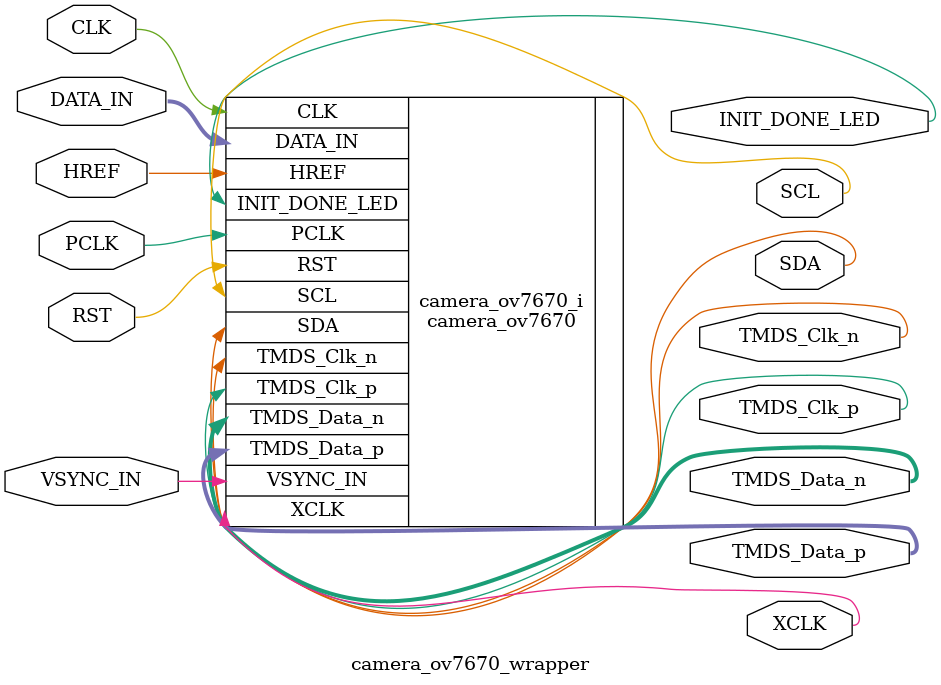
<source format=v>
`timescale 1 ps / 1 ps

module camera_ov7670_wrapper
   (CLK,
    DATA_IN,
    HREF,
    INIT_DONE_LED,
    PCLK,
    RST,
    SCL,
    SDA,
    TMDS_Clk_n,
    TMDS_Clk_p,
    TMDS_Data_n,
    TMDS_Data_p,
    VSYNC_IN,
    XCLK);
  input CLK;
  input [7:0]DATA_IN;
  input HREF;
  output INIT_DONE_LED;
  input PCLK;
  input RST;
  output SCL;
  output SDA;
  output TMDS_Clk_n;
  output TMDS_Clk_p;
  output [2:0]TMDS_Data_n;
  output [2:0]TMDS_Data_p;
  input VSYNC_IN;
  output XCLK;

  wire CLK;
  wire [7:0]DATA_IN;
  wire HREF;
  wire INIT_DONE_LED;
  wire PCLK;
  wire RST;
  wire SCL;
  wire SDA;
  wire TMDS_Clk_n;
  wire TMDS_Clk_p;
  wire [2:0]TMDS_Data_n;
  wire [2:0]TMDS_Data_p;
  wire VSYNC_IN;
  wire XCLK;

  camera_ov7670 camera_ov7670_i
       (.CLK(CLK),
        .DATA_IN(DATA_IN),
        .HREF(HREF),
        .INIT_DONE_LED(INIT_DONE_LED),
        .PCLK(PCLK),
        .RST(RST),
        .SCL(SCL),
        .SDA(SDA),
        .TMDS_Clk_n(TMDS_Clk_n),
        .TMDS_Clk_p(TMDS_Clk_p),
        .TMDS_Data_n(TMDS_Data_n),
        .TMDS_Data_p(TMDS_Data_p),
        .VSYNC_IN(VSYNC_IN),
        .XCLK(XCLK));
endmodule

</source>
